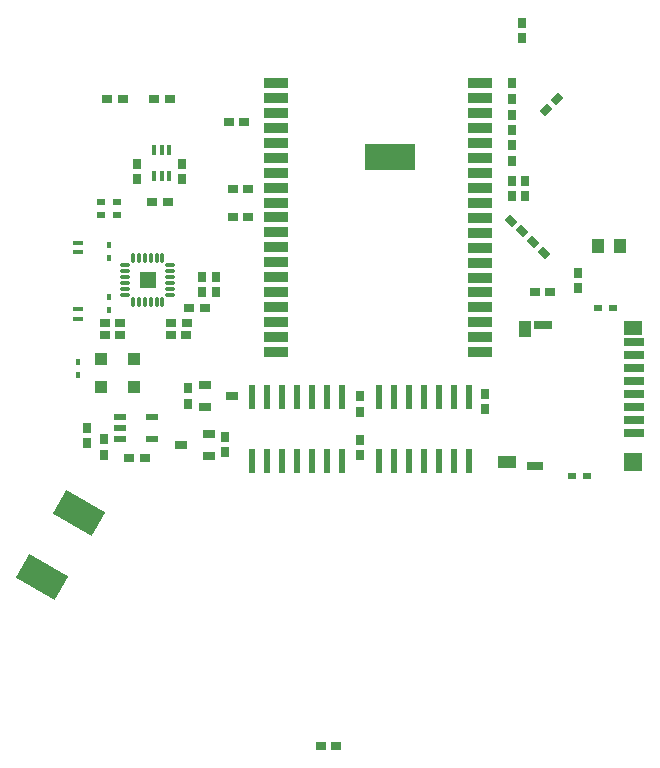
<source format=gbr>
G04 DipTrace 3.3.1.3*
G04 BottomPaste.gbr*
%MOIN*%
G04 #@! TF.FileFunction,Paste,Bot*
G04 #@! TF.Part,Single*
%AMOUTLINE0*
4,1,4,
-0.022272,0.002783,
-0.002783,0.022272,
0.022272,-0.002783,
0.002783,-0.022272,
-0.022272,0.002783,
0*%
%AMOUTLINE4*
4,1,4,
0.08742,0.001808,
0.042144,-0.076611,
-0.08742,-0.001808,
-0.042144,0.076611,
0.08742,0.001808,
0*%
%AMOUTLINE5*
4,1,4,
-0.017717,-0.01378,
-0.017717,0.01378,
0.017717,0.01378,
0.017717,-0.01378,
-0.017717,-0.01378,
0*%
%AMOUTLINE7*
4,1,4,
-0.002783,-0.022272,
-0.022272,-0.002783,
0.002783,0.022272,
0.022272,0.002783,
-0.002783,-0.022272,
0*%
%ADD21R,0.027559X0.035433*%
%ADD22R,0.035433X0.027559*%
%ADD33R,0.015748X0.035433*%
%ADD35R,0.041339X0.025591*%
%ADD41R,0.068898X0.027559*%
%ADD42R,0.059055X0.051181*%
%ADD43R,0.059055X0.059055*%
%ADD44R,0.061024X0.03937*%
%ADD45R,0.055118X0.031496*%
%ADD46R,0.059055X0.031496*%
%ADD47R,0.03937X0.057087*%
%ADD48R,0.07874X0.035433*%
%ADD50R,0.169291X0.090551*%
%ADD52O,0.033465X0.011811*%
%ADD53O,0.011811X0.033465*%
%ADD55R,0.057087X0.057087*%
%ADD56R,0.023622X0.07874*%
%ADD58R,0.043307X0.023622*%
%ADD111R,0.043307X0.051181*%
%ADD123R,0.037008X0.015748*%
%ADD125R,0.037008X0.003937*%
%ADD128R,0.03937X0.03937*%
%ADD130R,0.015748X0.023622*%
%ADD132R,0.027559X0.019685*%
%ADD137OUTLINE0*%
%ADD141OUTLINE4*%
%ADD142OUTLINE5*%
%ADD144OUTLINE7*%
%FSLAX26Y26*%
G04*
G70*
G90*
G75*
G01*
G04 BotPaste*
%LPD*%
D21*
X2081203Y2631203D3*
Y2682385D3*
X831205Y2362454D3*
Y2413635D3*
D137*
X2186320Y2116293D3*
X2150129Y2152484D3*
D21*
X1092421Y1985748D3*
Y2036929D3*
X1046533Y1986375D3*
Y2037556D3*
X1572592Y1639164D3*
Y1587983D3*
D22*
X944175Y1883858D3*
X995356D3*
X943327Y1841730D3*
X994508D3*
D21*
X1990948Y1646568D3*
Y1595387D3*
X718703Y1495475D3*
Y1444294D3*
D22*
X856203Y1432975D3*
X805022D3*
D141*
X637453Y1249954D3*
X513437Y1035152D3*
D130*
X737454Y2099953D3*
Y2143260D3*
Y1968703D3*
Y1925396D3*
X632080Y1752566D3*
Y1709259D3*
D128*
X820100Y1764923D3*
X709864D3*
X820100Y1671173D3*
X709864D3*
D125*
X635124Y1955406D3*
Y1975091D3*
Y1994776D3*
Y2014461D3*
Y2034146D3*
Y2053831D3*
Y2073516D3*
Y2093201D3*
D123*
Y2118792D3*
Y2150288D3*
Y1898319D3*
Y1929815D3*
D33*
X886430Y2458503D3*
X912021D3*
X937612D3*
Y2371888D3*
X912021D3*
X886430D3*
D35*
X1056203Y1601724D3*
Y1676528D3*
X1146755Y1639126D3*
X1068703Y1514224D3*
Y1439421D3*
X978152Y1476823D3*
D22*
X1137285Y2553198D3*
X1188466D3*
D21*
X2081643Y2526892D3*
Y2578074D3*
X2114203Y2832248D3*
Y2883429D3*
X2081202Y2306203D3*
Y2357385D3*
D22*
X932499Y2285282D3*
X881318D3*
D21*
X981203Y2362454D3*
Y2413635D3*
X2124954Y2306576D3*
Y2357757D3*
D137*
X2113101Y2188631D3*
X2076909Y2224823D3*
D22*
X773538Y1883996D3*
X722357D3*
D142*
X1004949Y1933323D3*
X1056130D3*
D22*
X773538Y1843064D3*
X722357D3*
D21*
X2081202Y2424362D3*
Y2475543D3*
D22*
X731203Y2631203D3*
X782385D3*
X887454D3*
X938635D3*
D144*
X2230507Y2630214D3*
X2194315Y2594022D3*
D21*
X1572543Y1442888D3*
Y1494070D3*
D22*
X1199953Y2331203D3*
X1148772D3*
D21*
X2299954Y1999953D3*
Y2051134D3*
D22*
X1199953Y2237454D3*
X1148772D3*
D21*
X999953Y1614224D3*
Y1665406D3*
X1124953Y1451726D3*
Y1502907D3*
X662453Y1532975D3*
Y1481794D3*
D22*
X2156203Y1987453D3*
X2207385D3*
X1441974Y474802D3*
X1493155D3*
D132*
X762453Y2243703D3*
X711272D3*
X762453Y2287453D3*
X711272D3*
X2417996Y1932121D3*
X2366815D3*
X2329777Y1373146D3*
X2278596D3*
D111*
X2365971Y2139921D3*
X2440774D3*
D41*
X2487454Y1818703D3*
Y1775357D3*
Y1732089D3*
X2487467Y1688756D3*
Y1645449D3*
Y1602155D3*
Y1558835D3*
X2487454Y1515554D3*
D42*
X2482730Y1865908D3*
D43*
Y1419058D3*
D44*
X2062074Y1421433D3*
D45*
X2157743Y1405304D3*
D46*
X2183360Y1875751D3*
D47*
X2124304Y1863192D3*
D48*
X1972017Y2684688D3*
X1972411Y2634688D3*
Y2584688D3*
Y2534688D3*
Y2484688D3*
Y2434688D3*
Y2384688D3*
Y2334688D3*
Y2284688D3*
Y2234688D3*
Y2184688D3*
Y2134688D3*
Y2084688D3*
Y2034688D3*
X1294377Y2035068D3*
Y2085068D3*
Y2135068D3*
Y2185067D3*
Y2235068D3*
Y1785068D3*
Y1835068D3*
Y1885068D3*
Y1935068D3*
Y1985068D3*
X1294379Y2284727D3*
Y2334727D3*
Y2384727D3*
Y2434727D3*
Y2484727D3*
Y2534727D3*
Y2584727D3*
Y2634727D3*
Y2684727D3*
D50*
X1672017Y2436577D3*
D48*
X1972407Y1985028D3*
Y1935028D3*
Y1885028D3*
Y1835028D3*
Y1785028D3*
D52*
X940695Y2076032D3*
Y2056346D3*
Y2036661D3*
Y2016976D3*
Y1997291D3*
Y1977606D3*
D53*
X915105Y1952016D3*
X895420D3*
X875735D3*
X856050D3*
X836365D3*
X816679D3*
D52*
X791089Y1977606D3*
Y1997291D3*
Y2016976D3*
Y2036661D3*
Y2056346D3*
Y2076032D3*
D53*
X816679Y2101622D3*
X836365D3*
X856050D3*
X875735D3*
X895420D3*
X915105D3*
D55*
X865892Y2026819D3*
D56*
X1512453Y1424953D3*
X1462453D3*
X1412453D3*
X1362453D3*
X1312453D3*
X1262453D3*
X1212453D3*
Y1637551D3*
X1262453D3*
X1312453D3*
X1362453D3*
X1412453D3*
X1462453D3*
X1512453D3*
X1937453Y1424953D3*
X1887453D3*
X1837453D3*
X1787453D3*
X1737453D3*
X1687453D3*
X1637453D3*
Y1637551D3*
X1687453D3*
X1737453D3*
X1787453D3*
X1837453D3*
X1887453D3*
X1937453D3*
D58*
X774953Y1495475D3*
Y1532877D3*
Y1570278D3*
X881252D3*
Y1495475D3*
M02*

</source>
